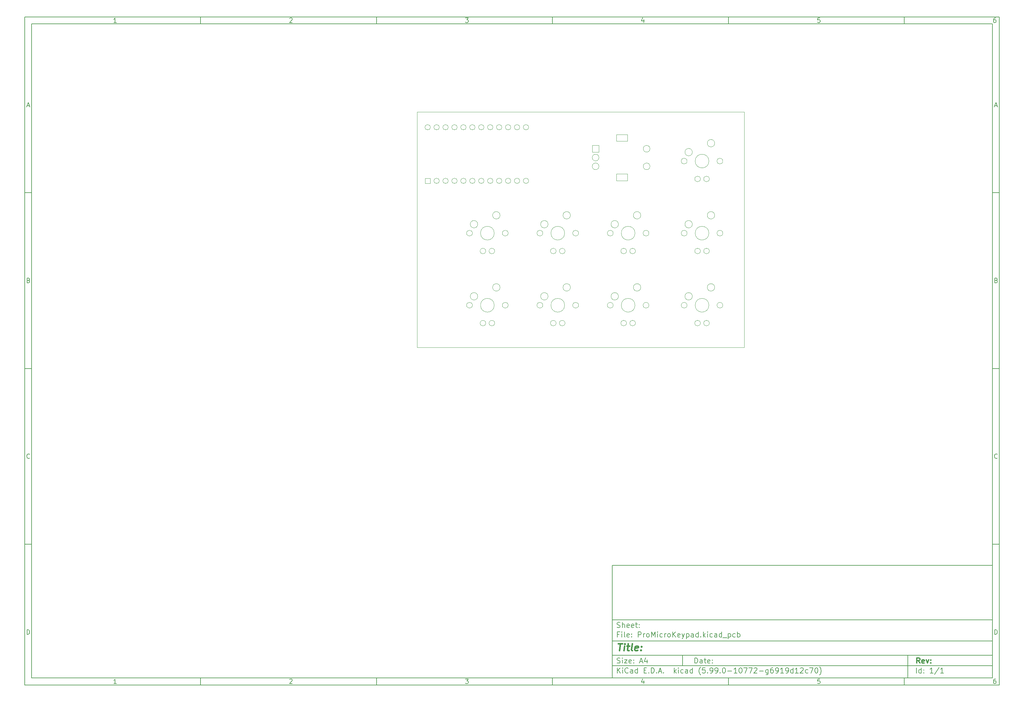
<source format=gbr>
%TF.GenerationSoftware,KiCad,Pcbnew,(5.99.0-10772-g6919d12c70)*%
%TF.CreationDate,2021-08-04T17:25:00+12:00*%
%TF.ProjectId,ProMicroKeypad,50726f4d-6963-4726-9f4b-65797061642e,rev?*%
%TF.SameCoordinates,Original*%
%TF.FileFunction,AssemblyDrawing,Bot*%
%FSLAX46Y46*%
G04 Gerber Fmt 4.6, Leading zero omitted, Abs format (unit mm)*
G04 Created by KiCad (PCBNEW (5.99.0-10772-g6919d12c70)) date 2021-08-04 17:25:00*
%MOMM*%
%LPD*%
G01*
G04 APERTURE LIST*
%ADD10C,0.100000*%
%ADD11C,0.150000*%
%ADD12C,0.300000*%
%ADD13C,0.400000*%
%TA.AperFunction,Profile*%
%ADD14C,0.100000*%
%TD*%
G04 APERTURE END LIST*
D10*
D11*
X177002200Y-166007200D02*
X177002200Y-198007200D01*
X285002200Y-198007200D01*
X285002200Y-166007200D01*
X177002200Y-166007200D01*
D10*
D11*
X10000000Y-10000000D02*
X10000000Y-200007200D01*
X287002200Y-200007200D01*
X287002200Y-10000000D01*
X10000000Y-10000000D01*
D10*
D11*
X12000000Y-12000000D02*
X12000000Y-198007200D01*
X285002200Y-198007200D01*
X285002200Y-12000000D01*
X12000000Y-12000000D01*
D10*
D11*
X60000000Y-12000000D02*
X60000000Y-10000000D01*
D10*
D11*
X110000000Y-12000000D02*
X110000000Y-10000000D01*
D10*
D11*
X160000000Y-12000000D02*
X160000000Y-10000000D01*
D10*
D11*
X210000000Y-12000000D02*
X210000000Y-10000000D01*
D10*
D11*
X260000000Y-12000000D02*
X260000000Y-10000000D01*
D10*
D11*
X36065476Y-11588095D02*
X35322619Y-11588095D01*
X35694047Y-11588095D02*
X35694047Y-10288095D01*
X35570238Y-10473809D01*
X35446428Y-10597619D01*
X35322619Y-10659523D01*
D10*
D11*
X85322619Y-10411904D02*
X85384523Y-10350000D01*
X85508333Y-10288095D01*
X85817857Y-10288095D01*
X85941666Y-10350000D01*
X86003571Y-10411904D01*
X86065476Y-10535714D01*
X86065476Y-10659523D01*
X86003571Y-10845238D01*
X85260714Y-11588095D01*
X86065476Y-11588095D01*
D10*
D11*
X135260714Y-10288095D02*
X136065476Y-10288095D01*
X135632142Y-10783333D01*
X135817857Y-10783333D01*
X135941666Y-10845238D01*
X136003571Y-10907142D01*
X136065476Y-11030952D01*
X136065476Y-11340476D01*
X136003571Y-11464285D01*
X135941666Y-11526190D01*
X135817857Y-11588095D01*
X135446428Y-11588095D01*
X135322619Y-11526190D01*
X135260714Y-11464285D01*
D10*
D11*
X185941666Y-10721428D02*
X185941666Y-11588095D01*
X185632142Y-10226190D02*
X185322619Y-11154761D01*
X186127380Y-11154761D01*
D10*
D11*
X236003571Y-10288095D02*
X235384523Y-10288095D01*
X235322619Y-10907142D01*
X235384523Y-10845238D01*
X235508333Y-10783333D01*
X235817857Y-10783333D01*
X235941666Y-10845238D01*
X236003571Y-10907142D01*
X236065476Y-11030952D01*
X236065476Y-11340476D01*
X236003571Y-11464285D01*
X235941666Y-11526190D01*
X235817857Y-11588095D01*
X235508333Y-11588095D01*
X235384523Y-11526190D01*
X235322619Y-11464285D01*
D10*
D11*
X285941666Y-10288095D02*
X285694047Y-10288095D01*
X285570238Y-10350000D01*
X285508333Y-10411904D01*
X285384523Y-10597619D01*
X285322619Y-10845238D01*
X285322619Y-11340476D01*
X285384523Y-11464285D01*
X285446428Y-11526190D01*
X285570238Y-11588095D01*
X285817857Y-11588095D01*
X285941666Y-11526190D01*
X286003571Y-11464285D01*
X286065476Y-11340476D01*
X286065476Y-11030952D01*
X286003571Y-10907142D01*
X285941666Y-10845238D01*
X285817857Y-10783333D01*
X285570238Y-10783333D01*
X285446428Y-10845238D01*
X285384523Y-10907142D01*
X285322619Y-11030952D01*
D10*
D11*
X60000000Y-198007200D02*
X60000000Y-200007200D01*
D10*
D11*
X110000000Y-198007200D02*
X110000000Y-200007200D01*
D10*
D11*
X160000000Y-198007200D02*
X160000000Y-200007200D01*
D10*
D11*
X210000000Y-198007200D02*
X210000000Y-200007200D01*
D10*
D11*
X260000000Y-198007200D02*
X260000000Y-200007200D01*
D10*
D11*
X36065476Y-199595295D02*
X35322619Y-199595295D01*
X35694047Y-199595295D02*
X35694047Y-198295295D01*
X35570238Y-198481009D01*
X35446428Y-198604819D01*
X35322619Y-198666723D01*
D10*
D11*
X85322619Y-198419104D02*
X85384523Y-198357200D01*
X85508333Y-198295295D01*
X85817857Y-198295295D01*
X85941666Y-198357200D01*
X86003571Y-198419104D01*
X86065476Y-198542914D01*
X86065476Y-198666723D01*
X86003571Y-198852438D01*
X85260714Y-199595295D01*
X86065476Y-199595295D01*
D10*
D11*
X135260714Y-198295295D02*
X136065476Y-198295295D01*
X135632142Y-198790533D01*
X135817857Y-198790533D01*
X135941666Y-198852438D01*
X136003571Y-198914342D01*
X136065476Y-199038152D01*
X136065476Y-199347676D01*
X136003571Y-199471485D01*
X135941666Y-199533390D01*
X135817857Y-199595295D01*
X135446428Y-199595295D01*
X135322619Y-199533390D01*
X135260714Y-199471485D01*
D10*
D11*
X185941666Y-198728628D02*
X185941666Y-199595295D01*
X185632142Y-198233390D02*
X185322619Y-199161961D01*
X186127380Y-199161961D01*
D10*
D11*
X236003571Y-198295295D02*
X235384523Y-198295295D01*
X235322619Y-198914342D01*
X235384523Y-198852438D01*
X235508333Y-198790533D01*
X235817857Y-198790533D01*
X235941666Y-198852438D01*
X236003571Y-198914342D01*
X236065476Y-199038152D01*
X236065476Y-199347676D01*
X236003571Y-199471485D01*
X235941666Y-199533390D01*
X235817857Y-199595295D01*
X235508333Y-199595295D01*
X235384523Y-199533390D01*
X235322619Y-199471485D01*
D10*
D11*
X285941666Y-198295295D02*
X285694047Y-198295295D01*
X285570238Y-198357200D01*
X285508333Y-198419104D01*
X285384523Y-198604819D01*
X285322619Y-198852438D01*
X285322619Y-199347676D01*
X285384523Y-199471485D01*
X285446428Y-199533390D01*
X285570238Y-199595295D01*
X285817857Y-199595295D01*
X285941666Y-199533390D01*
X286003571Y-199471485D01*
X286065476Y-199347676D01*
X286065476Y-199038152D01*
X286003571Y-198914342D01*
X285941666Y-198852438D01*
X285817857Y-198790533D01*
X285570238Y-198790533D01*
X285446428Y-198852438D01*
X285384523Y-198914342D01*
X285322619Y-199038152D01*
D10*
D11*
X10000000Y-60000000D02*
X12000000Y-60000000D01*
D10*
D11*
X10000000Y-110000000D02*
X12000000Y-110000000D01*
D10*
D11*
X10000000Y-160000000D02*
X12000000Y-160000000D01*
D10*
D11*
X10690476Y-35216666D02*
X11309523Y-35216666D01*
X10566666Y-35588095D02*
X11000000Y-34288095D01*
X11433333Y-35588095D01*
D10*
D11*
X11092857Y-84907142D02*
X11278571Y-84969047D01*
X11340476Y-85030952D01*
X11402380Y-85154761D01*
X11402380Y-85340476D01*
X11340476Y-85464285D01*
X11278571Y-85526190D01*
X11154761Y-85588095D01*
X10659523Y-85588095D01*
X10659523Y-84288095D01*
X11092857Y-84288095D01*
X11216666Y-84350000D01*
X11278571Y-84411904D01*
X11340476Y-84535714D01*
X11340476Y-84659523D01*
X11278571Y-84783333D01*
X11216666Y-84845238D01*
X11092857Y-84907142D01*
X10659523Y-84907142D01*
D10*
D11*
X11402380Y-135464285D02*
X11340476Y-135526190D01*
X11154761Y-135588095D01*
X11030952Y-135588095D01*
X10845238Y-135526190D01*
X10721428Y-135402380D01*
X10659523Y-135278571D01*
X10597619Y-135030952D01*
X10597619Y-134845238D01*
X10659523Y-134597619D01*
X10721428Y-134473809D01*
X10845238Y-134350000D01*
X11030952Y-134288095D01*
X11154761Y-134288095D01*
X11340476Y-134350000D01*
X11402380Y-134411904D01*
D10*
D11*
X10659523Y-185588095D02*
X10659523Y-184288095D01*
X10969047Y-184288095D01*
X11154761Y-184350000D01*
X11278571Y-184473809D01*
X11340476Y-184597619D01*
X11402380Y-184845238D01*
X11402380Y-185030952D01*
X11340476Y-185278571D01*
X11278571Y-185402380D01*
X11154761Y-185526190D01*
X10969047Y-185588095D01*
X10659523Y-185588095D01*
D10*
D11*
X287002200Y-60000000D02*
X285002200Y-60000000D01*
D10*
D11*
X287002200Y-110000000D02*
X285002200Y-110000000D01*
D10*
D11*
X287002200Y-160000000D02*
X285002200Y-160000000D01*
D10*
D11*
X285692676Y-35216666D02*
X286311723Y-35216666D01*
X285568866Y-35588095D02*
X286002200Y-34288095D01*
X286435533Y-35588095D01*
D10*
D11*
X286095057Y-84907142D02*
X286280771Y-84969047D01*
X286342676Y-85030952D01*
X286404580Y-85154761D01*
X286404580Y-85340476D01*
X286342676Y-85464285D01*
X286280771Y-85526190D01*
X286156961Y-85588095D01*
X285661723Y-85588095D01*
X285661723Y-84288095D01*
X286095057Y-84288095D01*
X286218866Y-84350000D01*
X286280771Y-84411904D01*
X286342676Y-84535714D01*
X286342676Y-84659523D01*
X286280771Y-84783333D01*
X286218866Y-84845238D01*
X286095057Y-84907142D01*
X285661723Y-84907142D01*
D10*
D11*
X286404580Y-135464285D02*
X286342676Y-135526190D01*
X286156961Y-135588095D01*
X286033152Y-135588095D01*
X285847438Y-135526190D01*
X285723628Y-135402380D01*
X285661723Y-135278571D01*
X285599819Y-135030952D01*
X285599819Y-134845238D01*
X285661723Y-134597619D01*
X285723628Y-134473809D01*
X285847438Y-134350000D01*
X286033152Y-134288095D01*
X286156961Y-134288095D01*
X286342676Y-134350000D01*
X286404580Y-134411904D01*
D10*
D11*
X285661723Y-185588095D02*
X285661723Y-184288095D01*
X285971247Y-184288095D01*
X286156961Y-184350000D01*
X286280771Y-184473809D01*
X286342676Y-184597619D01*
X286404580Y-184845238D01*
X286404580Y-185030952D01*
X286342676Y-185278571D01*
X286280771Y-185402380D01*
X286156961Y-185526190D01*
X285971247Y-185588095D01*
X285661723Y-185588095D01*
D10*
D11*
X200434342Y-193785771D02*
X200434342Y-192285771D01*
X200791485Y-192285771D01*
X201005771Y-192357200D01*
X201148628Y-192500057D01*
X201220057Y-192642914D01*
X201291485Y-192928628D01*
X201291485Y-193142914D01*
X201220057Y-193428628D01*
X201148628Y-193571485D01*
X201005771Y-193714342D01*
X200791485Y-193785771D01*
X200434342Y-193785771D01*
X202577200Y-193785771D02*
X202577200Y-193000057D01*
X202505771Y-192857200D01*
X202362914Y-192785771D01*
X202077200Y-192785771D01*
X201934342Y-192857200D01*
X202577200Y-193714342D02*
X202434342Y-193785771D01*
X202077200Y-193785771D01*
X201934342Y-193714342D01*
X201862914Y-193571485D01*
X201862914Y-193428628D01*
X201934342Y-193285771D01*
X202077200Y-193214342D01*
X202434342Y-193214342D01*
X202577200Y-193142914D01*
X203077200Y-192785771D02*
X203648628Y-192785771D01*
X203291485Y-192285771D02*
X203291485Y-193571485D01*
X203362914Y-193714342D01*
X203505771Y-193785771D01*
X203648628Y-193785771D01*
X204720057Y-193714342D02*
X204577200Y-193785771D01*
X204291485Y-193785771D01*
X204148628Y-193714342D01*
X204077200Y-193571485D01*
X204077200Y-193000057D01*
X204148628Y-192857200D01*
X204291485Y-192785771D01*
X204577200Y-192785771D01*
X204720057Y-192857200D01*
X204791485Y-193000057D01*
X204791485Y-193142914D01*
X204077200Y-193285771D01*
X205434342Y-193642914D02*
X205505771Y-193714342D01*
X205434342Y-193785771D01*
X205362914Y-193714342D01*
X205434342Y-193642914D01*
X205434342Y-193785771D01*
X205434342Y-192857200D02*
X205505771Y-192928628D01*
X205434342Y-193000057D01*
X205362914Y-192928628D01*
X205434342Y-192857200D01*
X205434342Y-193000057D01*
D10*
D11*
X177002200Y-194507200D02*
X285002200Y-194507200D01*
D10*
D11*
X178434342Y-196585771D02*
X178434342Y-195085771D01*
X179291485Y-196585771D02*
X178648628Y-195728628D01*
X179291485Y-195085771D02*
X178434342Y-195942914D01*
X179934342Y-196585771D02*
X179934342Y-195585771D01*
X179934342Y-195085771D02*
X179862914Y-195157200D01*
X179934342Y-195228628D01*
X180005771Y-195157200D01*
X179934342Y-195085771D01*
X179934342Y-195228628D01*
X181505771Y-196442914D02*
X181434342Y-196514342D01*
X181220057Y-196585771D01*
X181077200Y-196585771D01*
X180862914Y-196514342D01*
X180720057Y-196371485D01*
X180648628Y-196228628D01*
X180577200Y-195942914D01*
X180577200Y-195728628D01*
X180648628Y-195442914D01*
X180720057Y-195300057D01*
X180862914Y-195157200D01*
X181077200Y-195085771D01*
X181220057Y-195085771D01*
X181434342Y-195157200D01*
X181505771Y-195228628D01*
X182791485Y-196585771D02*
X182791485Y-195800057D01*
X182720057Y-195657200D01*
X182577200Y-195585771D01*
X182291485Y-195585771D01*
X182148628Y-195657200D01*
X182791485Y-196514342D02*
X182648628Y-196585771D01*
X182291485Y-196585771D01*
X182148628Y-196514342D01*
X182077200Y-196371485D01*
X182077200Y-196228628D01*
X182148628Y-196085771D01*
X182291485Y-196014342D01*
X182648628Y-196014342D01*
X182791485Y-195942914D01*
X184148628Y-196585771D02*
X184148628Y-195085771D01*
X184148628Y-196514342D02*
X184005771Y-196585771D01*
X183720057Y-196585771D01*
X183577200Y-196514342D01*
X183505771Y-196442914D01*
X183434342Y-196300057D01*
X183434342Y-195871485D01*
X183505771Y-195728628D01*
X183577200Y-195657200D01*
X183720057Y-195585771D01*
X184005771Y-195585771D01*
X184148628Y-195657200D01*
X186005771Y-195800057D02*
X186505771Y-195800057D01*
X186720057Y-196585771D02*
X186005771Y-196585771D01*
X186005771Y-195085771D01*
X186720057Y-195085771D01*
X187362914Y-196442914D02*
X187434342Y-196514342D01*
X187362914Y-196585771D01*
X187291485Y-196514342D01*
X187362914Y-196442914D01*
X187362914Y-196585771D01*
X188077200Y-196585771D02*
X188077200Y-195085771D01*
X188434342Y-195085771D01*
X188648628Y-195157200D01*
X188791485Y-195300057D01*
X188862914Y-195442914D01*
X188934342Y-195728628D01*
X188934342Y-195942914D01*
X188862914Y-196228628D01*
X188791485Y-196371485D01*
X188648628Y-196514342D01*
X188434342Y-196585771D01*
X188077200Y-196585771D01*
X189577200Y-196442914D02*
X189648628Y-196514342D01*
X189577200Y-196585771D01*
X189505771Y-196514342D01*
X189577200Y-196442914D01*
X189577200Y-196585771D01*
X190220057Y-196157200D02*
X190934342Y-196157200D01*
X190077200Y-196585771D02*
X190577200Y-195085771D01*
X191077200Y-196585771D01*
X191577200Y-196442914D02*
X191648628Y-196514342D01*
X191577200Y-196585771D01*
X191505771Y-196514342D01*
X191577200Y-196442914D01*
X191577200Y-196585771D01*
X194577200Y-196585771D02*
X194577200Y-195085771D01*
X194720057Y-196014342D02*
X195148628Y-196585771D01*
X195148628Y-195585771D02*
X194577200Y-196157200D01*
X195791485Y-196585771D02*
X195791485Y-195585771D01*
X195791485Y-195085771D02*
X195720057Y-195157200D01*
X195791485Y-195228628D01*
X195862914Y-195157200D01*
X195791485Y-195085771D01*
X195791485Y-195228628D01*
X197148628Y-196514342D02*
X197005771Y-196585771D01*
X196720057Y-196585771D01*
X196577200Y-196514342D01*
X196505771Y-196442914D01*
X196434342Y-196300057D01*
X196434342Y-195871485D01*
X196505771Y-195728628D01*
X196577200Y-195657200D01*
X196720057Y-195585771D01*
X197005771Y-195585771D01*
X197148628Y-195657200D01*
X198434342Y-196585771D02*
X198434342Y-195800057D01*
X198362914Y-195657200D01*
X198220057Y-195585771D01*
X197934342Y-195585771D01*
X197791485Y-195657200D01*
X198434342Y-196514342D02*
X198291485Y-196585771D01*
X197934342Y-196585771D01*
X197791485Y-196514342D01*
X197720057Y-196371485D01*
X197720057Y-196228628D01*
X197791485Y-196085771D01*
X197934342Y-196014342D01*
X198291485Y-196014342D01*
X198434342Y-195942914D01*
X199791485Y-196585771D02*
X199791485Y-195085771D01*
X199791485Y-196514342D02*
X199648628Y-196585771D01*
X199362914Y-196585771D01*
X199220057Y-196514342D01*
X199148628Y-196442914D01*
X199077200Y-196300057D01*
X199077200Y-195871485D01*
X199148628Y-195728628D01*
X199220057Y-195657200D01*
X199362914Y-195585771D01*
X199648628Y-195585771D01*
X199791485Y-195657200D01*
X202077200Y-197157200D02*
X202005771Y-197085771D01*
X201862914Y-196871485D01*
X201791485Y-196728628D01*
X201720057Y-196514342D01*
X201648628Y-196157200D01*
X201648628Y-195871485D01*
X201720057Y-195514342D01*
X201791485Y-195300057D01*
X201862914Y-195157200D01*
X202005771Y-194942914D01*
X202077200Y-194871485D01*
X203362914Y-195085771D02*
X202648628Y-195085771D01*
X202577200Y-195800057D01*
X202648628Y-195728628D01*
X202791485Y-195657200D01*
X203148628Y-195657200D01*
X203291485Y-195728628D01*
X203362914Y-195800057D01*
X203434342Y-195942914D01*
X203434342Y-196300057D01*
X203362914Y-196442914D01*
X203291485Y-196514342D01*
X203148628Y-196585771D01*
X202791485Y-196585771D01*
X202648628Y-196514342D01*
X202577200Y-196442914D01*
X204077200Y-196442914D02*
X204148628Y-196514342D01*
X204077200Y-196585771D01*
X204005771Y-196514342D01*
X204077200Y-196442914D01*
X204077200Y-196585771D01*
X204862914Y-196585771D02*
X205148628Y-196585771D01*
X205291485Y-196514342D01*
X205362914Y-196442914D01*
X205505771Y-196228628D01*
X205577200Y-195942914D01*
X205577200Y-195371485D01*
X205505771Y-195228628D01*
X205434342Y-195157200D01*
X205291485Y-195085771D01*
X205005771Y-195085771D01*
X204862914Y-195157200D01*
X204791485Y-195228628D01*
X204720057Y-195371485D01*
X204720057Y-195728628D01*
X204791485Y-195871485D01*
X204862914Y-195942914D01*
X205005771Y-196014342D01*
X205291485Y-196014342D01*
X205434342Y-195942914D01*
X205505771Y-195871485D01*
X205577200Y-195728628D01*
X206291485Y-196585771D02*
X206577200Y-196585771D01*
X206720057Y-196514342D01*
X206791485Y-196442914D01*
X206934342Y-196228628D01*
X207005771Y-195942914D01*
X207005771Y-195371485D01*
X206934342Y-195228628D01*
X206862914Y-195157200D01*
X206720057Y-195085771D01*
X206434342Y-195085771D01*
X206291485Y-195157200D01*
X206220057Y-195228628D01*
X206148628Y-195371485D01*
X206148628Y-195728628D01*
X206220057Y-195871485D01*
X206291485Y-195942914D01*
X206434342Y-196014342D01*
X206720057Y-196014342D01*
X206862914Y-195942914D01*
X206934342Y-195871485D01*
X207005771Y-195728628D01*
X207648628Y-196442914D02*
X207720057Y-196514342D01*
X207648628Y-196585771D01*
X207577200Y-196514342D01*
X207648628Y-196442914D01*
X207648628Y-196585771D01*
X208648628Y-195085771D02*
X208791485Y-195085771D01*
X208934342Y-195157200D01*
X209005771Y-195228628D01*
X209077200Y-195371485D01*
X209148628Y-195657200D01*
X209148628Y-196014342D01*
X209077200Y-196300057D01*
X209005771Y-196442914D01*
X208934342Y-196514342D01*
X208791485Y-196585771D01*
X208648628Y-196585771D01*
X208505771Y-196514342D01*
X208434342Y-196442914D01*
X208362914Y-196300057D01*
X208291485Y-196014342D01*
X208291485Y-195657200D01*
X208362914Y-195371485D01*
X208434342Y-195228628D01*
X208505771Y-195157200D01*
X208648628Y-195085771D01*
X209791485Y-196014342D02*
X210934342Y-196014342D01*
X212434342Y-196585771D02*
X211577200Y-196585771D01*
X212005771Y-196585771D02*
X212005771Y-195085771D01*
X211862914Y-195300057D01*
X211720057Y-195442914D01*
X211577200Y-195514342D01*
X213362914Y-195085771D02*
X213505771Y-195085771D01*
X213648628Y-195157200D01*
X213720057Y-195228628D01*
X213791485Y-195371485D01*
X213862914Y-195657200D01*
X213862914Y-196014342D01*
X213791485Y-196300057D01*
X213720057Y-196442914D01*
X213648628Y-196514342D01*
X213505771Y-196585771D01*
X213362914Y-196585771D01*
X213220057Y-196514342D01*
X213148628Y-196442914D01*
X213077200Y-196300057D01*
X213005771Y-196014342D01*
X213005771Y-195657200D01*
X213077200Y-195371485D01*
X213148628Y-195228628D01*
X213220057Y-195157200D01*
X213362914Y-195085771D01*
X214362914Y-195085771D02*
X215362914Y-195085771D01*
X214720057Y-196585771D01*
X215791485Y-195085771D02*
X216791485Y-195085771D01*
X216148628Y-196585771D01*
X217291485Y-195228628D02*
X217362914Y-195157200D01*
X217505771Y-195085771D01*
X217862914Y-195085771D01*
X218005771Y-195157200D01*
X218077200Y-195228628D01*
X218148628Y-195371485D01*
X218148628Y-195514342D01*
X218077200Y-195728628D01*
X217220057Y-196585771D01*
X218148628Y-196585771D01*
X218791485Y-196014342D02*
X219934342Y-196014342D01*
X221291485Y-195585771D02*
X221291485Y-196800057D01*
X221220057Y-196942914D01*
X221148628Y-197014342D01*
X221005771Y-197085771D01*
X220791485Y-197085771D01*
X220648628Y-197014342D01*
X221291485Y-196514342D02*
X221148628Y-196585771D01*
X220862914Y-196585771D01*
X220720057Y-196514342D01*
X220648628Y-196442914D01*
X220577200Y-196300057D01*
X220577200Y-195871485D01*
X220648628Y-195728628D01*
X220720057Y-195657200D01*
X220862914Y-195585771D01*
X221148628Y-195585771D01*
X221291485Y-195657200D01*
X222648628Y-195085771D02*
X222362914Y-195085771D01*
X222220057Y-195157200D01*
X222148628Y-195228628D01*
X222005771Y-195442914D01*
X221934342Y-195728628D01*
X221934342Y-196300057D01*
X222005771Y-196442914D01*
X222077200Y-196514342D01*
X222220057Y-196585771D01*
X222505771Y-196585771D01*
X222648628Y-196514342D01*
X222720057Y-196442914D01*
X222791485Y-196300057D01*
X222791485Y-195942914D01*
X222720057Y-195800057D01*
X222648628Y-195728628D01*
X222505771Y-195657200D01*
X222220057Y-195657200D01*
X222077200Y-195728628D01*
X222005771Y-195800057D01*
X221934342Y-195942914D01*
X223505771Y-196585771D02*
X223791485Y-196585771D01*
X223934342Y-196514342D01*
X224005771Y-196442914D01*
X224148628Y-196228628D01*
X224220057Y-195942914D01*
X224220057Y-195371485D01*
X224148628Y-195228628D01*
X224077200Y-195157200D01*
X223934342Y-195085771D01*
X223648628Y-195085771D01*
X223505771Y-195157200D01*
X223434342Y-195228628D01*
X223362914Y-195371485D01*
X223362914Y-195728628D01*
X223434342Y-195871485D01*
X223505771Y-195942914D01*
X223648628Y-196014342D01*
X223934342Y-196014342D01*
X224077200Y-195942914D01*
X224148628Y-195871485D01*
X224220057Y-195728628D01*
X225648628Y-196585771D02*
X224791485Y-196585771D01*
X225220057Y-196585771D02*
X225220057Y-195085771D01*
X225077200Y-195300057D01*
X224934342Y-195442914D01*
X224791485Y-195514342D01*
X226362914Y-196585771D02*
X226648628Y-196585771D01*
X226791485Y-196514342D01*
X226862914Y-196442914D01*
X227005771Y-196228628D01*
X227077199Y-195942914D01*
X227077199Y-195371485D01*
X227005771Y-195228628D01*
X226934342Y-195157200D01*
X226791485Y-195085771D01*
X226505771Y-195085771D01*
X226362914Y-195157200D01*
X226291485Y-195228628D01*
X226220057Y-195371485D01*
X226220057Y-195728628D01*
X226291485Y-195871485D01*
X226362914Y-195942914D01*
X226505771Y-196014342D01*
X226791485Y-196014342D01*
X226934342Y-195942914D01*
X227005771Y-195871485D01*
X227077199Y-195728628D01*
X228362914Y-196585771D02*
X228362914Y-195085771D01*
X228362914Y-196514342D02*
X228220057Y-196585771D01*
X227934342Y-196585771D01*
X227791485Y-196514342D01*
X227720057Y-196442914D01*
X227648628Y-196300057D01*
X227648628Y-195871485D01*
X227720057Y-195728628D01*
X227791485Y-195657200D01*
X227934342Y-195585771D01*
X228220057Y-195585771D01*
X228362914Y-195657200D01*
X229862914Y-196585771D02*
X229005771Y-196585771D01*
X229434342Y-196585771D02*
X229434342Y-195085771D01*
X229291485Y-195300057D01*
X229148628Y-195442914D01*
X229005771Y-195514342D01*
X230434342Y-195228628D02*
X230505771Y-195157200D01*
X230648628Y-195085771D01*
X231005771Y-195085771D01*
X231148628Y-195157200D01*
X231220057Y-195228628D01*
X231291485Y-195371485D01*
X231291485Y-195514342D01*
X231220057Y-195728628D01*
X230362914Y-196585771D01*
X231291485Y-196585771D01*
X232577199Y-196514342D02*
X232434342Y-196585771D01*
X232148628Y-196585771D01*
X232005771Y-196514342D01*
X231934342Y-196442914D01*
X231862914Y-196300057D01*
X231862914Y-195871485D01*
X231934342Y-195728628D01*
X232005771Y-195657200D01*
X232148628Y-195585771D01*
X232434342Y-195585771D01*
X232577199Y-195657200D01*
X233077199Y-195085771D02*
X234077199Y-195085771D01*
X233434342Y-196585771D01*
X234934342Y-195085771D02*
X235077199Y-195085771D01*
X235220057Y-195157200D01*
X235291485Y-195228628D01*
X235362914Y-195371485D01*
X235434342Y-195657200D01*
X235434342Y-196014342D01*
X235362914Y-196300057D01*
X235291485Y-196442914D01*
X235220057Y-196514342D01*
X235077199Y-196585771D01*
X234934342Y-196585771D01*
X234791485Y-196514342D01*
X234720057Y-196442914D01*
X234648628Y-196300057D01*
X234577199Y-196014342D01*
X234577199Y-195657200D01*
X234648628Y-195371485D01*
X234720057Y-195228628D01*
X234791485Y-195157200D01*
X234934342Y-195085771D01*
X235934342Y-197157200D02*
X236005771Y-197085771D01*
X236148628Y-196871485D01*
X236220057Y-196728628D01*
X236291485Y-196514342D01*
X236362914Y-196157200D01*
X236362914Y-195871485D01*
X236291485Y-195514342D01*
X236220057Y-195300057D01*
X236148628Y-195157200D01*
X236005771Y-194942914D01*
X235934342Y-194871485D01*
D10*
D11*
X177002200Y-191507200D02*
X285002200Y-191507200D01*
D10*
D12*
X264411485Y-193785771D02*
X263911485Y-193071485D01*
X263554342Y-193785771D02*
X263554342Y-192285771D01*
X264125771Y-192285771D01*
X264268628Y-192357200D01*
X264340057Y-192428628D01*
X264411485Y-192571485D01*
X264411485Y-192785771D01*
X264340057Y-192928628D01*
X264268628Y-193000057D01*
X264125771Y-193071485D01*
X263554342Y-193071485D01*
X265625771Y-193714342D02*
X265482914Y-193785771D01*
X265197200Y-193785771D01*
X265054342Y-193714342D01*
X264982914Y-193571485D01*
X264982914Y-193000057D01*
X265054342Y-192857200D01*
X265197200Y-192785771D01*
X265482914Y-192785771D01*
X265625771Y-192857200D01*
X265697200Y-193000057D01*
X265697200Y-193142914D01*
X264982914Y-193285771D01*
X266197200Y-192785771D02*
X266554342Y-193785771D01*
X266911485Y-192785771D01*
X267482914Y-193642914D02*
X267554342Y-193714342D01*
X267482914Y-193785771D01*
X267411485Y-193714342D01*
X267482914Y-193642914D01*
X267482914Y-193785771D01*
X267482914Y-192857200D02*
X267554342Y-192928628D01*
X267482914Y-193000057D01*
X267411485Y-192928628D01*
X267482914Y-192857200D01*
X267482914Y-193000057D01*
D10*
D11*
X178362914Y-193714342D02*
X178577200Y-193785771D01*
X178934342Y-193785771D01*
X179077200Y-193714342D01*
X179148628Y-193642914D01*
X179220057Y-193500057D01*
X179220057Y-193357200D01*
X179148628Y-193214342D01*
X179077200Y-193142914D01*
X178934342Y-193071485D01*
X178648628Y-193000057D01*
X178505771Y-192928628D01*
X178434342Y-192857200D01*
X178362914Y-192714342D01*
X178362914Y-192571485D01*
X178434342Y-192428628D01*
X178505771Y-192357200D01*
X178648628Y-192285771D01*
X179005771Y-192285771D01*
X179220057Y-192357200D01*
X179862914Y-193785771D02*
X179862914Y-192785771D01*
X179862914Y-192285771D02*
X179791485Y-192357200D01*
X179862914Y-192428628D01*
X179934342Y-192357200D01*
X179862914Y-192285771D01*
X179862914Y-192428628D01*
X180434342Y-192785771D02*
X181220057Y-192785771D01*
X180434342Y-193785771D01*
X181220057Y-193785771D01*
X182362914Y-193714342D02*
X182220057Y-193785771D01*
X181934342Y-193785771D01*
X181791485Y-193714342D01*
X181720057Y-193571485D01*
X181720057Y-193000057D01*
X181791485Y-192857200D01*
X181934342Y-192785771D01*
X182220057Y-192785771D01*
X182362914Y-192857200D01*
X182434342Y-193000057D01*
X182434342Y-193142914D01*
X181720057Y-193285771D01*
X183077200Y-193642914D02*
X183148628Y-193714342D01*
X183077200Y-193785771D01*
X183005771Y-193714342D01*
X183077200Y-193642914D01*
X183077200Y-193785771D01*
X183077200Y-192857200D02*
X183148628Y-192928628D01*
X183077200Y-193000057D01*
X183005771Y-192928628D01*
X183077200Y-192857200D01*
X183077200Y-193000057D01*
X184862914Y-193357200D02*
X185577200Y-193357200D01*
X184720057Y-193785771D02*
X185220057Y-192285771D01*
X185720057Y-193785771D01*
X186862914Y-192785771D02*
X186862914Y-193785771D01*
X186505771Y-192214342D02*
X186148628Y-193285771D01*
X187077200Y-193285771D01*
D10*
D11*
X263434342Y-196585771D02*
X263434342Y-195085771D01*
X264791485Y-196585771D02*
X264791485Y-195085771D01*
X264791485Y-196514342D02*
X264648628Y-196585771D01*
X264362914Y-196585771D01*
X264220057Y-196514342D01*
X264148628Y-196442914D01*
X264077200Y-196300057D01*
X264077200Y-195871485D01*
X264148628Y-195728628D01*
X264220057Y-195657200D01*
X264362914Y-195585771D01*
X264648628Y-195585771D01*
X264791485Y-195657200D01*
X265505771Y-196442914D02*
X265577200Y-196514342D01*
X265505771Y-196585771D01*
X265434342Y-196514342D01*
X265505771Y-196442914D01*
X265505771Y-196585771D01*
X265505771Y-195657200D02*
X265577200Y-195728628D01*
X265505771Y-195800057D01*
X265434342Y-195728628D01*
X265505771Y-195657200D01*
X265505771Y-195800057D01*
X268148628Y-196585771D02*
X267291485Y-196585771D01*
X267720057Y-196585771D02*
X267720057Y-195085771D01*
X267577200Y-195300057D01*
X267434342Y-195442914D01*
X267291485Y-195514342D01*
X269862914Y-195014342D02*
X268577200Y-196942914D01*
X271148628Y-196585771D02*
X270291485Y-196585771D01*
X270720057Y-196585771D02*
X270720057Y-195085771D01*
X270577200Y-195300057D01*
X270434342Y-195442914D01*
X270291485Y-195514342D01*
D10*
D11*
X177002200Y-187507200D02*
X285002200Y-187507200D01*
D10*
D13*
X178714580Y-188211961D02*
X179857438Y-188211961D01*
X179036009Y-190211961D02*
X179286009Y-188211961D01*
X180274104Y-190211961D02*
X180440771Y-188878628D01*
X180524104Y-188211961D02*
X180416961Y-188307200D01*
X180500295Y-188402438D01*
X180607438Y-188307200D01*
X180524104Y-188211961D01*
X180500295Y-188402438D01*
X181107438Y-188878628D02*
X181869342Y-188878628D01*
X181476485Y-188211961D02*
X181262200Y-189926247D01*
X181333628Y-190116723D01*
X181512200Y-190211961D01*
X181702676Y-190211961D01*
X182655057Y-190211961D02*
X182476485Y-190116723D01*
X182405057Y-189926247D01*
X182619342Y-188211961D01*
X184190771Y-190116723D02*
X183988390Y-190211961D01*
X183607438Y-190211961D01*
X183428866Y-190116723D01*
X183357438Y-189926247D01*
X183452676Y-189164342D01*
X183571723Y-188973866D01*
X183774104Y-188878628D01*
X184155057Y-188878628D01*
X184333628Y-188973866D01*
X184405057Y-189164342D01*
X184381247Y-189354819D01*
X183405057Y-189545295D01*
X185155057Y-190021485D02*
X185238390Y-190116723D01*
X185131247Y-190211961D01*
X185047914Y-190116723D01*
X185155057Y-190021485D01*
X185131247Y-190211961D01*
X185286009Y-188973866D02*
X185369342Y-189069104D01*
X185262200Y-189164342D01*
X185178866Y-189069104D01*
X185286009Y-188973866D01*
X185262200Y-189164342D01*
D10*
D11*
X178934342Y-185600057D02*
X178434342Y-185600057D01*
X178434342Y-186385771D02*
X178434342Y-184885771D01*
X179148628Y-184885771D01*
X179720057Y-186385771D02*
X179720057Y-185385771D01*
X179720057Y-184885771D02*
X179648628Y-184957200D01*
X179720057Y-185028628D01*
X179791485Y-184957200D01*
X179720057Y-184885771D01*
X179720057Y-185028628D01*
X180648628Y-186385771D02*
X180505771Y-186314342D01*
X180434342Y-186171485D01*
X180434342Y-184885771D01*
X181791485Y-186314342D02*
X181648628Y-186385771D01*
X181362914Y-186385771D01*
X181220057Y-186314342D01*
X181148628Y-186171485D01*
X181148628Y-185600057D01*
X181220057Y-185457200D01*
X181362914Y-185385771D01*
X181648628Y-185385771D01*
X181791485Y-185457200D01*
X181862914Y-185600057D01*
X181862914Y-185742914D01*
X181148628Y-185885771D01*
X182505771Y-186242914D02*
X182577200Y-186314342D01*
X182505771Y-186385771D01*
X182434342Y-186314342D01*
X182505771Y-186242914D01*
X182505771Y-186385771D01*
X182505771Y-185457200D02*
X182577200Y-185528628D01*
X182505771Y-185600057D01*
X182434342Y-185528628D01*
X182505771Y-185457200D01*
X182505771Y-185600057D01*
X184362914Y-186385771D02*
X184362914Y-184885771D01*
X184934342Y-184885771D01*
X185077200Y-184957200D01*
X185148628Y-185028628D01*
X185220057Y-185171485D01*
X185220057Y-185385771D01*
X185148628Y-185528628D01*
X185077200Y-185600057D01*
X184934342Y-185671485D01*
X184362914Y-185671485D01*
X185862914Y-186385771D02*
X185862914Y-185385771D01*
X185862914Y-185671485D02*
X185934342Y-185528628D01*
X186005771Y-185457200D01*
X186148628Y-185385771D01*
X186291485Y-185385771D01*
X187005771Y-186385771D02*
X186862914Y-186314342D01*
X186791485Y-186242914D01*
X186720057Y-186100057D01*
X186720057Y-185671485D01*
X186791485Y-185528628D01*
X186862914Y-185457200D01*
X187005771Y-185385771D01*
X187220057Y-185385771D01*
X187362914Y-185457200D01*
X187434342Y-185528628D01*
X187505771Y-185671485D01*
X187505771Y-186100057D01*
X187434342Y-186242914D01*
X187362914Y-186314342D01*
X187220057Y-186385771D01*
X187005771Y-186385771D01*
X188148628Y-186385771D02*
X188148628Y-184885771D01*
X188648628Y-185957200D01*
X189148628Y-184885771D01*
X189148628Y-186385771D01*
X189862914Y-186385771D02*
X189862914Y-185385771D01*
X189862914Y-184885771D02*
X189791485Y-184957200D01*
X189862914Y-185028628D01*
X189934342Y-184957200D01*
X189862914Y-184885771D01*
X189862914Y-185028628D01*
X191220057Y-186314342D02*
X191077200Y-186385771D01*
X190791485Y-186385771D01*
X190648628Y-186314342D01*
X190577200Y-186242914D01*
X190505771Y-186100057D01*
X190505771Y-185671485D01*
X190577200Y-185528628D01*
X190648628Y-185457200D01*
X190791485Y-185385771D01*
X191077200Y-185385771D01*
X191220057Y-185457200D01*
X191862914Y-186385771D02*
X191862914Y-185385771D01*
X191862914Y-185671485D02*
X191934342Y-185528628D01*
X192005771Y-185457200D01*
X192148628Y-185385771D01*
X192291485Y-185385771D01*
X193005771Y-186385771D02*
X192862914Y-186314342D01*
X192791485Y-186242914D01*
X192720057Y-186100057D01*
X192720057Y-185671485D01*
X192791485Y-185528628D01*
X192862914Y-185457200D01*
X193005771Y-185385771D01*
X193220057Y-185385771D01*
X193362914Y-185457200D01*
X193434342Y-185528628D01*
X193505771Y-185671485D01*
X193505771Y-186100057D01*
X193434342Y-186242914D01*
X193362914Y-186314342D01*
X193220057Y-186385771D01*
X193005771Y-186385771D01*
X194148628Y-186385771D02*
X194148628Y-184885771D01*
X195005771Y-186385771D02*
X194362914Y-185528628D01*
X195005771Y-184885771D02*
X194148628Y-185742914D01*
X196220057Y-186314342D02*
X196077200Y-186385771D01*
X195791485Y-186385771D01*
X195648628Y-186314342D01*
X195577200Y-186171485D01*
X195577200Y-185600057D01*
X195648628Y-185457200D01*
X195791485Y-185385771D01*
X196077200Y-185385771D01*
X196220057Y-185457200D01*
X196291485Y-185600057D01*
X196291485Y-185742914D01*
X195577200Y-185885771D01*
X196791485Y-185385771D02*
X197148628Y-186385771D01*
X197505771Y-185385771D02*
X197148628Y-186385771D01*
X197005771Y-186742914D01*
X196934342Y-186814342D01*
X196791485Y-186885771D01*
X198077200Y-185385771D02*
X198077200Y-186885771D01*
X198077200Y-185457200D02*
X198220057Y-185385771D01*
X198505771Y-185385771D01*
X198648628Y-185457200D01*
X198720057Y-185528628D01*
X198791485Y-185671485D01*
X198791485Y-186100057D01*
X198720057Y-186242914D01*
X198648628Y-186314342D01*
X198505771Y-186385771D01*
X198220057Y-186385771D01*
X198077200Y-186314342D01*
X200077200Y-186385771D02*
X200077200Y-185600057D01*
X200005771Y-185457200D01*
X199862914Y-185385771D01*
X199577200Y-185385771D01*
X199434342Y-185457200D01*
X200077200Y-186314342D02*
X199934342Y-186385771D01*
X199577200Y-186385771D01*
X199434342Y-186314342D01*
X199362914Y-186171485D01*
X199362914Y-186028628D01*
X199434342Y-185885771D01*
X199577200Y-185814342D01*
X199934342Y-185814342D01*
X200077200Y-185742914D01*
X201434342Y-186385771D02*
X201434342Y-184885771D01*
X201434342Y-186314342D02*
X201291485Y-186385771D01*
X201005771Y-186385771D01*
X200862914Y-186314342D01*
X200791485Y-186242914D01*
X200720057Y-186100057D01*
X200720057Y-185671485D01*
X200791485Y-185528628D01*
X200862914Y-185457200D01*
X201005771Y-185385771D01*
X201291485Y-185385771D01*
X201434342Y-185457200D01*
X202148628Y-186242914D02*
X202220057Y-186314342D01*
X202148628Y-186385771D01*
X202077200Y-186314342D01*
X202148628Y-186242914D01*
X202148628Y-186385771D01*
X202862914Y-186385771D02*
X202862914Y-184885771D01*
X203005771Y-185814342D02*
X203434342Y-186385771D01*
X203434342Y-185385771D02*
X202862914Y-185957200D01*
X204077200Y-186385771D02*
X204077200Y-185385771D01*
X204077200Y-184885771D02*
X204005771Y-184957200D01*
X204077200Y-185028628D01*
X204148628Y-184957200D01*
X204077200Y-184885771D01*
X204077200Y-185028628D01*
X205434342Y-186314342D02*
X205291485Y-186385771D01*
X205005771Y-186385771D01*
X204862914Y-186314342D01*
X204791485Y-186242914D01*
X204720057Y-186100057D01*
X204720057Y-185671485D01*
X204791485Y-185528628D01*
X204862914Y-185457200D01*
X205005771Y-185385771D01*
X205291485Y-185385771D01*
X205434342Y-185457200D01*
X206720057Y-186385771D02*
X206720057Y-185600057D01*
X206648628Y-185457200D01*
X206505771Y-185385771D01*
X206220057Y-185385771D01*
X206077200Y-185457200D01*
X206720057Y-186314342D02*
X206577200Y-186385771D01*
X206220057Y-186385771D01*
X206077200Y-186314342D01*
X206005771Y-186171485D01*
X206005771Y-186028628D01*
X206077200Y-185885771D01*
X206220057Y-185814342D01*
X206577200Y-185814342D01*
X206720057Y-185742914D01*
X208077200Y-186385771D02*
X208077200Y-184885771D01*
X208077200Y-186314342D02*
X207934342Y-186385771D01*
X207648628Y-186385771D01*
X207505771Y-186314342D01*
X207434342Y-186242914D01*
X207362914Y-186100057D01*
X207362914Y-185671485D01*
X207434342Y-185528628D01*
X207505771Y-185457200D01*
X207648628Y-185385771D01*
X207934342Y-185385771D01*
X208077200Y-185457200D01*
X208434342Y-186528628D02*
X209577200Y-186528628D01*
X209934342Y-185385771D02*
X209934342Y-186885771D01*
X209934342Y-185457200D02*
X210077200Y-185385771D01*
X210362914Y-185385771D01*
X210505771Y-185457200D01*
X210577200Y-185528628D01*
X210648628Y-185671485D01*
X210648628Y-186100057D01*
X210577200Y-186242914D01*
X210505771Y-186314342D01*
X210362914Y-186385771D01*
X210077200Y-186385771D01*
X209934342Y-186314342D01*
X211934342Y-186314342D02*
X211791485Y-186385771D01*
X211505771Y-186385771D01*
X211362914Y-186314342D01*
X211291485Y-186242914D01*
X211220057Y-186100057D01*
X211220057Y-185671485D01*
X211291485Y-185528628D01*
X211362914Y-185457200D01*
X211505771Y-185385771D01*
X211791485Y-185385771D01*
X211934342Y-185457200D01*
X212577200Y-186385771D02*
X212577200Y-184885771D01*
X212577200Y-185457200D02*
X212720057Y-185385771D01*
X213005771Y-185385771D01*
X213148628Y-185457200D01*
X213220057Y-185528628D01*
X213291485Y-185671485D01*
X213291485Y-186100057D01*
X213220057Y-186242914D01*
X213148628Y-186314342D01*
X213005771Y-186385771D01*
X212720057Y-186385771D01*
X212577200Y-186314342D01*
D10*
D11*
X177002200Y-181507200D02*
X285002200Y-181507200D01*
D10*
D11*
X178362914Y-183614342D02*
X178577200Y-183685771D01*
X178934342Y-183685771D01*
X179077200Y-183614342D01*
X179148628Y-183542914D01*
X179220057Y-183400057D01*
X179220057Y-183257200D01*
X179148628Y-183114342D01*
X179077200Y-183042914D01*
X178934342Y-182971485D01*
X178648628Y-182900057D01*
X178505771Y-182828628D01*
X178434342Y-182757200D01*
X178362914Y-182614342D01*
X178362914Y-182471485D01*
X178434342Y-182328628D01*
X178505771Y-182257200D01*
X178648628Y-182185771D01*
X179005771Y-182185771D01*
X179220057Y-182257200D01*
X179862914Y-183685771D02*
X179862914Y-182185771D01*
X180505771Y-183685771D02*
X180505771Y-182900057D01*
X180434342Y-182757200D01*
X180291485Y-182685771D01*
X180077200Y-182685771D01*
X179934342Y-182757200D01*
X179862914Y-182828628D01*
X181791485Y-183614342D02*
X181648628Y-183685771D01*
X181362914Y-183685771D01*
X181220057Y-183614342D01*
X181148628Y-183471485D01*
X181148628Y-182900057D01*
X181220057Y-182757200D01*
X181362914Y-182685771D01*
X181648628Y-182685771D01*
X181791485Y-182757200D01*
X181862914Y-182900057D01*
X181862914Y-183042914D01*
X181148628Y-183185771D01*
X183077200Y-183614342D02*
X182934342Y-183685771D01*
X182648628Y-183685771D01*
X182505771Y-183614342D01*
X182434342Y-183471485D01*
X182434342Y-182900057D01*
X182505771Y-182757200D01*
X182648628Y-182685771D01*
X182934342Y-182685771D01*
X183077200Y-182757200D01*
X183148628Y-182900057D01*
X183148628Y-183042914D01*
X182434342Y-183185771D01*
X183577200Y-182685771D02*
X184148628Y-182685771D01*
X183791485Y-182185771D02*
X183791485Y-183471485D01*
X183862914Y-183614342D01*
X184005771Y-183685771D01*
X184148628Y-183685771D01*
X184648628Y-183542914D02*
X184720057Y-183614342D01*
X184648628Y-183685771D01*
X184577200Y-183614342D01*
X184648628Y-183542914D01*
X184648628Y-183685771D01*
X184648628Y-182757200D02*
X184720057Y-182828628D01*
X184648628Y-182900057D01*
X184577200Y-182828628D01*
X184648628Y-182757200D01*
X184648628Y-182900057D01*
D10*
D12*
D10*
D11*
D10*
D11*
D10*
D11*
D10*
D11*
D10*
D11*
X197002200Y-191507200D02*
X197002200Y-194507200D01*
D10*
D11*
X261002200Y-191507200D02*
X261002200Y-198007200D01*
D14*
X121500000Y-37000000D02*
X214500000Y-37000000D01*
X214500000Y-37000000D02*
X214500000Y-104000000D01*
X214500000Y-104000000D02*
X121500000Y-104000000D01*
X121500000Y-104000000D02*
X121500000Y-37000000D01*
D10*
%TO.C,U4*%
X137245000Y-71500000D02*
G75*
G03*
X137245000Y-71500000I-825000J0D01*
G01*
X147405000Y-71500000D02*
G75*
G03*
X147405000Y-71500000I-825000J0D01*
G01*
X143450000Y-71500000D02*
G75*
G03*
X143450000Y-71500000I-1950000J0D01*
G01*
X138740000Y-68960000D02*
G75*
G03*
X138740000Y-68960000I-1050000J0D01*
G01*
X145090000Y-66420000D02*
G75*
G03*
X145090000Y-66420000I-1050000J0D01*
G01*
X141025300Y-76580000D02*
G75*
G03*
X141025300Y-76580000I-795300J0D01*
G01*
X143565300Y-76580000D02*
G75*
G03*
X143565300Y-76580000I-795300J0D01*
G01*
%TD*%
%TO.C,U2*%
X163450000Y-92000000D02*
G75*
G03*
X163450000Y-92000000I-1950000J0D01*
G01*
X167405000Y-92000000D02*
G75*
G03*
X167405000Y-92000000I-825000J0D01*
G01*
X157245000Y-92000000D02*
G75*
G03*
X157245000Y-92000000I-825000J0D01*
G01*
X158740000Y-89460000D02*
G75*
G03*
X158740000Y-89460000I-1050000J0D01*
G01*
X165090000Y-86920000D02*
G75*
G03*
X165090000Y-86920000I-1050000J0D01*
G01*
X161025300Y-97080000D02*
G75*
G03*
X161025300Y-97080000I-795300J0D01*
G01*
X163565300Y-97080000D02*
G75*
G03*
X163565300Y-97080000I-795300J0D01*
G01*
%TD*%
%TO.C,U3*%
X187405000Y-92000000D02*
G75*
G03*
X187405000Y-92000000I-825000J0D01*
G01*
X177245000Y-92000000D02*
G75*
G03*
X177245000Y-92000000I-825000J0D01*
G01*
X183450000Y-92000000D02*
G75*
G03*
X183450000Y-92000000I-1950000J0D01*
G01*
X178740000Y-89460000D02*
G75*
G03*
X178740000Y-89460000I-1050000J0D01*
G01*
X185090000Y-86920000D02*
G75*
G03*
X185090000Y-86920000I-1050000J0D01*
G01*
X181025300Y-97080000D02*
G75*
G03*
X181025300Y-97080000I-795300J0D01*
G01*
X183565300Y-97080000D02*
G75*
G03*
X183565300Y-97080000I-795300J0D01*
G01*
%TD*%
%TO.C,U10*%
X123780000Y-55870000D02*
X123780000Y-57370000D01*
X125280000Y-57370000D01*
X125280000Y-55870000D01*
X123780000Y-55870000D01*
X127820000Y-56620000D02*
G75*
G03*
X127820000Y-56620000I-750000J0D01*
G01*
X130360000Y-56620000D02*
G75*
G03*
X130360000Y-56620000I-750000J0D01*
G01*
X132900000Y-56620000D02*
G75*
G03*
X132900000Y-56620000I-750000J0D01*
G01*
X135440000Y-56620000D02*
G75*
G03*
X135440000Y-56620000I-750000J0D01*
G01*
X137980000Y-56620000D02*
G75*
G03*
X137980000Y-56620000I-750000J0D01*
G01*
X140520000Y-56620000D02*
G75*
G03*
X140520000Y-56620000I-750000J0D01*
G01*
X143060000Y-56620000D02*
G75*
G03*
X143060000Y-56620000I-750000J0D01*
G01*
X145600000Y-56620000D02*
G75*
G03*
X145600000Y-56620000I-750000J0D01*
G01*
X148140000Y-56620000D02*
G75*
G03*
X148140000Y-56620000I-750000J0D01*
G01*
X150680000Y-56620000D02*
G75*
G03*
X150680000Y-56620000I-750000J0D01*
G01*
X153220000Y-56620000D02*
G75*
G03*
X153220000Y-56620000I-750000J0D01*
G01*
X153220000Y-41380000D02*
G75*
G03*
X153220000Y-41380000I-750000J0D01*
G01*
X150680000Y-41380000D02*
G75*
G03*
X150680000Y-41380000I-750000J0D01*
G01*
X148140000Y-41380000D02*
G75*
G03*
X148140000Y-41380000I-750000J0D01*
G01*
X145600000Y-41380000D02*
G75*
G03*
X145600000Y-41380000I-750000J0D01*
G01*
X143060000Y-41380000D02*
G75*
G03*
X143060000Y-41380000I-750000J0D01*
G01*
X140520000Y-41380000D02*
G75*
G03*
X140520000Y-41380000I-750000J0D01*
G01*
X137980000Y-41380000D02*
G75*
G03*
X137980000Y-41380000I-750000J0D01*
G01*
X135440000Y-41380000D02*
G75*
G03*
X135440000Y-41380000I-750000J0D01*
G01*
X132900000Y-41380000D02*
G75*
G03*
X132900000Y-41380000I-750000J0D01*
G01*
X130360000Y-41380000D02*
G75*
G03*
X130360000Y-41380000I-750000J0D01*
G01*
X127820000Y-41380000D02*
G75*
G03*
X127820000Y-41380000I-750000J0D01*
G01*
X125280000Y-41380000D02*
G75*
G03*
X125280000Y-41380000I-750000J0D01*
G01*
%TD*%
%TO.C,U1*%
X143450000Y-92000000D02*
G75*
G03*
X143450000Y-92000000I-1950000J0D01*
G01*
X147405000Y-92000000D02*
G75*
G03*
X147405000Y-92000000I-825000J0D01*
G01*
X137245000Y-92000000D02*
G75*
G03*
X137245000Y-92000000I-825000J0D01*
G01*
X138740000Y-89460000D02*
G75*
G03*
X138740000Y-89460000I-1050000J0D01*
G01*
X145090000Y-86920000D02*
G75*
G03*
X145090000Y-86920000I-1050000J0D01*
G01*
X141025300Y-97080000D02*
G75*
G03*
X141025300Y-97080000I-795300J0D01*
G01*
X143565300Y-97080000D02*
G75*
G03*
X143565300Y-97080000I-795300J0D01*
G01*
%TD*%
%TO.C,U5*%
X167405000Y-71500000D02*
G75*
G03*
X167405000Y-71500000I-825000J0D01*
G01*
X163450000Y-71500000D02*
G75*
G03*
X163450000Y-71500000I-1950000J0D01*
G01*
X157245000Y-71500000D02*
G75*
G03*
X157245000Y-71500000I-825000J0D01*
G01*
X158740000Y-68960000D02*
G75*
G03*
X158740000Y-68960000I-1050000J0D01*
G01*
X165090000Y-66420000D02*
G75*
G03*
X165090000Y-66420000I-1050000J0D01*
G01*
X161025300Y-76580000D02*
G75*
G03*
X161025300Y-76580000I-795300J0D01*
G01*
X163565300Y-76580000D02*
G75*
G03*
X163565300Y-76580000I-795300J0D01*
G01*
%TD*%
%TO.C,U8*%
X198245000Y-71500000D02*
G75*
G03*
X198245000Y-71500000I-825000J0D01*
G01*
X204450000Y-71500000D02*
G75*
G03*
X204450000Y-71500000I-1950000J0D01*
G01*
X208405000Y-71500000D02*
G75*
G03*
X208405000Y-71500000I-825000J0D01*
G01*
X199740000Y-68960000D02*
G75*
G03*
X199740000Y-68960000I-1050000J0D01*
G01*
X206090000Y-66420000D02*
G75*
G03*
X206090000Y-66420000I-1050000J0D01*
G01*
X202025300Y-76580000D02*
G75*
G03*
X202025300Y-76580000I-795300J0D01*
G01*
X204565300Y-76580000D02*
G75*
G03*
X204565300Y-76580000I-795300J0D01*
G01*
%TD*%
%TO.C,U9*%
X204450000Y-92000000D02*
G75*
G03*
X204450000Y-92000000I-1950000J0D01*
G01*
X208405000Y-92000000D02*
G75*
G03*
X208405000Y-92000000I-825000J0D01*
G01*
X198245000Y-92000000D02*
G75*
G03*
X198245000Y-92000000I-825000J0D01*
G01*
X199740000Y-89460000D02*
G75*
G03*
X199740000Y-89460000I-1050000J0D01*
G01*
X206090000Y-86920000D02*
G75*
G03*
X206090000Y-86920000I-1050000J0D01*
G01*
X202025300Y-97080000D02*
G75*
G03*
X202025300Y-97080000I-795300J0D01*
G01*
X204565300Y-97080000D02*
G75*
G03*
X204565300Y-97080000I-795300J0D01*
G01*
%TD*%
%TO.C,U7*%
X204450000Y-51000000D02*
G75*
G03*
X204450000Y-51000000I-1950000J0D01*
G01*
X198245000Y-51000000D02*
G75*
G03*
X198245000Y-51000000I-825000J0D01*
G01*
X208405000Y-51000000D02*
G75*
G03*
X208405000Y-51000000I-825000J0D01*
G01*
X199740000Y-48460000D02*
G75*
G03*
X199740000Y-48460000I-1050000J0D01*
G01*
X206090000Y-45920000D02*
G75*
G03*
X206090000Y-45920000I-1050000J0D01*
G01*
X202025300Y-56080000D02*
G75*
G03*
X202025300Y-56080000I-795300J0D01*
G01*
X204565300Y-56080000D02*
G75*
G03*
X204565300Y-56080000I-795300J0D01*
G01*
%TD*%
%TO.C,SW1*%
X171300000Y-46550000D02*
X171300000Y-48450000D01*
X173200000Y-48450000D01*
X173200000Y-46550000D01*
X171300000Y-46550000D01*
X173200000Y-52500000D02*
G75*
G03*
X173200000Y-52500000I-950000J0D01*
G01*
X173200000Y-50000000D02*
G75*
G03*
X173200000Y-50000000I-950000J0D01*
G01*
X178200000Y-54650000D02*
X178200000Y-56550000D01*
X181300000Y-56550000D01*
X181300000Y-54650000D01*
X178200000Y-54650000D01*
X178200000Y-43450000D02*
X178200000Y-45350000D01*
X181300000Y-45350000D01*
X181300000Y-43450000D01*
X178200000Y-43450000D01*
X187700000Y-52500000D02*
G75*
G03*
X187700000Y-52500000I-950000J0D01*
G01*
X187700000Y-47500000D02*
G75*
G03*
X187700000Y-47500000I-950000J0D01*
G01*
%TD*%
%TO.C,U6*%
X177245000Y-71500000D02*
G75*
G03*
X177245000Y-71500000I-825000J0D01*
G01*
X187405000Y-71500000D02*
G75*
G03*
X187405000Y-71500000I-825000J0D01*
G01*
X183450000Y-71500000D02*
G75*
G03*
X183450000Y-71500000I-1950000J0D01*
G01*
X178740000Y-68960000D02*
G75*
G03*
X178740000Y-68960000I-1050000J0D01*
G01*
X185090000Y-66420000D02*
G75*
G03*
X185090000Y-66420000I-1050000J0D01*
G01*
X181025300Y-76580000D02*
G75*
G03*
X181025300Y-76580000I-795300J0D01*
G01*
X183565300Y-76580000D02*
G75*
G03*
X183565300Y-76580000I-795300J0D01*
G01*
%TD*%
M02*

</source>
